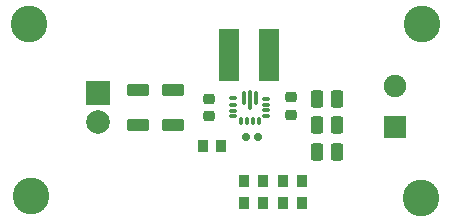
<source format=gts>
G04*
G04 #@! TF.GenerationSoftware,Altium Limited,Altium Designer,19.1.6 (110)*
G04*
G04 Layer_Color=8388736*
%FSLAX43Y43*%
%MOMM*%
G71*
G01*
G75*
%ADD14R,1.740X4.420*%
G04:AMPARAMS|DCode=15|XSize=1mm|YSize=0.9mm|CornerRadius=0.25mm|HoleSize=0mm|Usage=FLASHONLY|Rotation=0.000|XOffset=0mm|YOffset=0mm|HoleType=Round|Shape=RoundedRectangle|*
%AMROUNDEDRECTD15*
21,1,1.000,0.400,0,0,0.0*
21,1,0.500,0.900,0,0,0.0*
1,1,0.500,0.250,-0.200*
1,1,0.500,-0.250,-0.200*
1,1,0.500,-0.250,0.200*
1,1,0.500,0.250,0.200*
%
%ADD15ROUNDEDRECTD15*%
G04:AMPARAMS|DCode=16|XSize=1.5mm|YSize=1.1mm|CornerRadius=0.3mm|HoleSize=0mm|Usage=FLASHONLY|Rotation=270.000|XOffset=0mm|YOffset=0mm|HoleType=Round|Shape=RoundedRectangle|*
%AMROUNDEDRECTD16*
21,1,1.500,0.500,0,0,270.0*
21,1,0.900,1.100,0,0,270.0*
1,1,0.600,-0.250,-0.450*
1,1,0.600,-0.250,0.450*
1,1,0.600,0.250,0.450*
1,1,0.600,0.250,-0.450*
%
%ADD16ROUNDEDRECTD16*%
%ADD17R,0.950X1.000*%
G04:AMPARAMS|DCode=18|XSize=0.6mm|YSize=0.6mm|CornerRadius=0.175mm|HoleSize=0mm|Usage=FLASHONLY|Rotation=270.000|XOffset=0mm|YOffset=0mm|HoleType=Round|Shape=RoundedRectangle|*
%AMROUNDEDRECTD18*
21,1,0.600,0.250,0,0,270.0*
21,1,0.250,0.600,0,0,270.0*
1,1,0.350,-0.125,-0.125*
1,1,0.350,-0.125,0.125*
1,1,0.350,0.125,0.125*
1,1,0.350,0.125,-0.125*
%
%ADD18ROUNDEDRECTD18*%
%ADD19R,0.900X1.050*%
G04:AMPARAMS|DCode=20|XSize=1.9mm|YSize=1.1mm|CornerRadius=0.3mm|HoleSize=0mm|Usage=FLASHONLY|Rotation=0.000|XOffset=0mm|YOffset=0mm|HoleType=Round|Shape=RoundedRectangle|*
%AMROUNDEDRECTD20*
21,1,1.900,0.500,0,0,0.0*
21,1,1.300,1.100,0,0,0.0*
1,1,0.600,0.650,-0.250*
1,1,0.600,-0.650,-0.250*
1,1,0.600,-0.650,0.250*
1,1,0.600,0.650,0.250*
%
%ADD20ROUNDEDRECTD20*%
%ADD21O,0.700X0.350*%
%ADD22O,0.350X0.700*%
%ADD23O,0.350X1.350*%
%ADD24O,0.350X1.700*%
%ADD25R,1.900X1.900*%
%ADD26C,1.900*%
%ADD27R,2.000X2.000*%
%ADD28C,2.000*%
%ADD29C,3.100*%
D14*
X18720Y13900D02*
D03*
X22080D02*
D03*
D15*
X24000Y8850D02*
D03*
X24000Y10350D02*
D03*
X17000Y8750D02*
D03*
X17000Y10250D02*
D03*
D16*
X26150Y5700D02*
D03*
X27850D02*
D03*
X26150Y8000D02*
D03*
X27850D02*
D03*
X26150Y10200D02*
D03*
X27850D02*
D03*
D17*
X23325Y1400D02*
D03*
X24875D02*
D03*
Y3300D02*
D03*
X23325D02*
D03*
X21575Y1400D02*
D03*
X20025D02*
D03*
X16525Y6200D02*
D03*
X18075D02*
D03*
D18*
X21200Y7000D02*
D03*
X20200D02*
D03*
D19*
X19975Y3300D02*
D03*
X21625D02*
D03*
D20*
X11000Y8000D02*
D03*
Y11000D02*
D03*
X14000Y8000D02*
D03*
Y11000D02*
D03*
D21*
X19103Y10262D02*
D03*
X21900Y8750D02*
D03*
Y9250D02*
D03*
Y9750D02*
D03*
Y10250D02*
D03*
X19103Y9738D02*
D03*
Y9238D02*
D03*
Y8738D02*
D03*
D22*
X19750Y8344D02*
D03*
X20250D02*
D03*
X20750D02*
D03*
X21250D02*
D03*
D23*
X21000Y10325D02*
D03*
X20000D02*
D03*
D24*
X20500Y10150D02*
D03*
D25*
X32800Y7850D02*
D03*
D26*
Y11350D02*
D03*
D27*
X7650Y10750D02*
D03*
D28*
Y8250D02*
D03*
D29*
X35000Y1800D02*
D03*
X2000Y2000D02*
D03*
X1800Y16600D02*
D03*
X35100D02*
D03*
M02*

</source>
